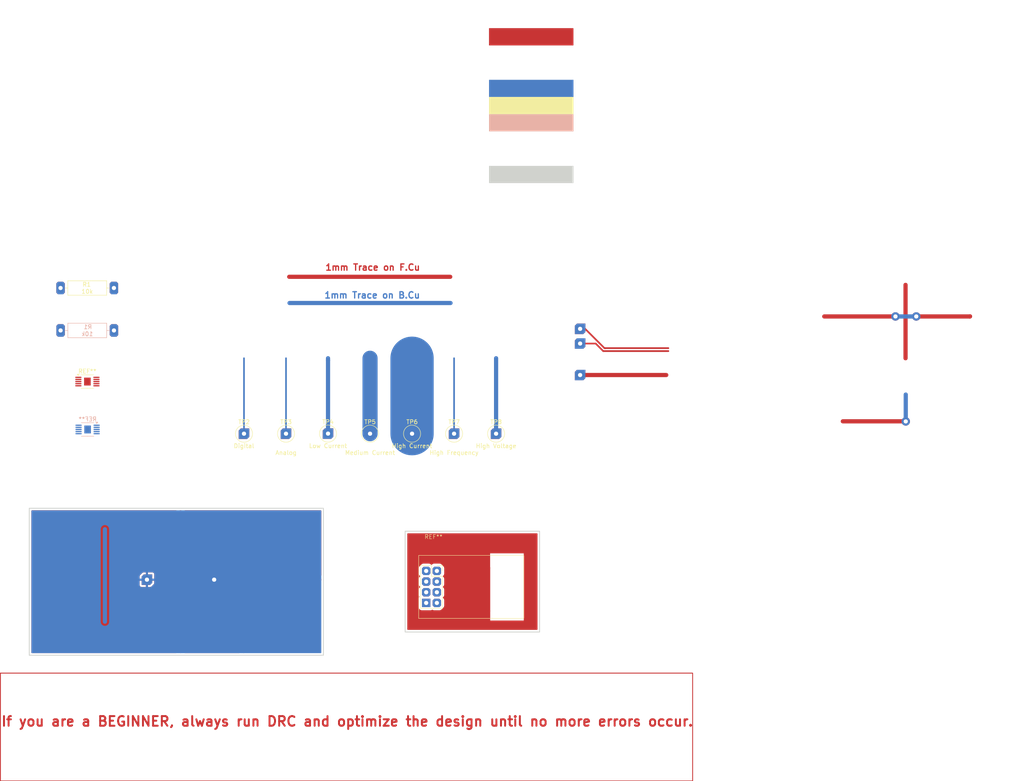
<source format=kicad_pcb>
(kicad_pcb (version 20241229) (generator "pcbnew") (generator_version "9.0")
  (title_block (title "${PROJECTNAME} CNC PCB Design") (comment 1 "Finn Ringelsiep"))
  (layers (0 "F.Cu" signal) (4 "In1.Cu" signal) (6 "In2.Cu" signal) (2 "B.Cu" signal) (13 "F.Paste" user) (15 "B.Paste" user) (5 "F.SilkS" user "F.Silkscreen") (7 "B.SilkS" user "B.Silkscreen") (1 "F.Mask" user) (3 "B.Mask" user) (25 "Edge.Cuts" user))
  (net 0 "")
  (net 1 "/Analog")
  (net 2 "/Digital")
  (net 3 "/Low Current")
  (net 4 "/Medium Current")
  (net 5 "/High Current")
  (net 6 "/High Frequency")
  (net 7 "/High Voltage")
  (footprint "001 CNC Footprints:TestPoint" (layer "F.Cu") (at 100.1 115.235)
    (property "Reference" "TP5" (hide yes))
    (property "Value" "Medium Current" (at 0 4.53 0) (layer "F.SilkS"))
    (fp_circle (center 0 0) (end 0 2.032) (stroke (width 0.12)) (fill no) (layer "F.SilkS"))
    (fp_text user "${REFERENCE}" (at 0 -2.794 0) (layer "F.SilkS"))
    (pad "1" thru_hole roundrect (at 0 0) (size 2.5 2.5) (drill 1) (layers "*.Cu" "*.Mask") (roundrect_rratio 0) (chamfer_ratio 0.2) (chamfer top_left bottom_right) (net 4 "/Medium Current"))
  )
  (footprint "001 CNC Footprints:TestPoint" (layer "F.Cu") (at 130.1 115.235)
    (property "Reference" "TP8" (hide yes))
    (property "Value" "High Voltage" (at 0 2.921 0) (layer "F.SilkS"))
    (fp_circle (center 0 0) (end 0 2.032) (stroke (width 0.12)) (fill no) (layer "F.SilkS"))
    (fp_text user "${REFERENCE}" (at 0 -2.794 0) (layer "F.SilkS"))
    (pad "1" thru_hole roundrect (at 0 0) (size 2.5 2.5) (drill 1) (layers "*.Cu" "*.Mask") (roundrect_rratio 0) (chamfer_ratio 0.2) (chamfer top_left bottom_right) (net 7 "/High Voltage"))
  )
  (footprint "001 CNC Footprints:TestPoint" (layer "F.Cu") (at 90.1 115.215)
    (property "Reference" "TP4" (hide yes))
    (property "Value" "Low Current" (at 0 2.921 0) (layer "F.SilkS"))
    (fp_circle (center 0 0) (end 0 2.032) (stroke (width 0.12)) (fill no) (layer "F.SilkS"))
    (fp_text user "${REFERENCE}" (at 0 -2.794 0) (layer "F.SilkS"))
    (pad "1" thru_hole roundrect (at 0 0) (size 2.5 2.5) (drill 1) (layers "*.Cu" "*.Mask") (roundrect_rratio 0) (chamfer_ratio 0.2) (chamfer top_left bottom_right) (net 3 "/Low Current"))
  )
  (footprint "" (layer "F.Cu") (at 150.1 90.265)
    (property "Reference" "" (at 0 0 0) (layer "F.SilkS") (effects (font (size 1.27 1.27))))
    (property "Value" "")
    (pad "1" thru_hole roundrect (at 0 0) (size 2.5 2.5) (drill 1) (layers "*.Cu" "*.Mask") (roundrect_rratio 0) (chamfer_ratio 0.2) (chamfer top_left bottom_right) (net 2 "/Digital"))
  )
  (footprint "001 CNC Footprints:ESP-01" (layer "F.Cu") (at 115.22 151.73)
    (property "Reference" "REF**" (at 0 -11.93 0) (layer "F.SilkS") (effects (font (thickness 0.1))))
    (property "Value" "ESP-01")
    (fp_line (start -3.09 -5.14) (end -3.09 5.14) (stroke (width 0.12)) (layer "F.SilkS"))
    (fp_line (start -3.09 -5.14) (end -0.49 -5.14) (stroke (width 0.12)) (layer "F.SilkS"))
    (fp_line (start -3.09 5.14) (end 2.11 5.14) (stroke (width 0.12)) (layer "F.SilkS"))
    (fp_line (start -0.49 -5.14) (end -0.49 -2.54) (stroke (width 0.12)) (layer "F.SilkS"))
    (fp_line (start -0.49 -2.54) (end 2.11 -2.54) (stroke (width 0.12)) (layer "F.SilkS"))
    (fp_line (start 0.78 -5.14) (end 2.11 -5.14) (stroke (width 0.12)) (layer "F.SilkS"))
    (fp_line (start 2.11 -5.14) (end 2.11 -3.81) (stroke (width 0.12)) (layer "F.SilkS"))
    (fp_line (start 2.11 -2.54) (end 2.11 5.14) (stroke (width 0.12)) (layer "F.SilkS"))
    (fp_rect (start -3.556 -7.5) (end 21.444 7.5) (stroke (width 0.1)) (fill no) (layer "F.SilkS"))
    (pad "1" thru_hole roundrect (at 0.78 -3.81) (size 2 2) (drill 1) (layers "*.Cu" "*.Mask") (roundrect_rratio 0) (chamfer_ratio 0.2) (chamfer top_left top_right bottom_left bottom_right))
    (pad "2" thru_hole roundrect (at -1.76 -3.81) (size 2 2) (drill 1) (layers "*.Cu" "*.Mask") (roundrect_rratio 0) (chamfer_ratio 0.2) (chamfer top_left top_right bottom_left bottom_right))
    (pad "3" thru_hole roundrect (at 0.78 -1.27) (size 2 2) (drill 1) (layers "*.Cu" "*.Mask") (roundrect_rratio 0) (chamfer_ratio 0.2) (chamfer top_left top_right bottom_left bottom_right))
    (pad "4" thru_hole roundrect (at -1.76 -1.27) (size 2 2) (drill 1) (layers "*.Cu" "*.Mask") (roundrect_rratio 0) (chamfer_ratio 0.2) (chamfer top_left top_right bottom_left bottom_right))
    (pad "5" thru_hole roundrect (at 0.78 1.27) (size 2 2) (drill 1) (layers "*.Cu" "*.Mask") (roundrect_rratio 0) (chamfer_ratio 0.2) (chamfer top_left top_right bottom_left bottom_right))
    (pad "6" thru_hole roundrect (at -1.76 1.27) (size 2 2) (drill 1) (layers "*.Cu" "*.Mask") (roundrect_rratio 0) (chamfer_ratio 0.2) (chamfer top_left top_right bottom_left bottom_right))
    (pad "7" thru_hole roundrect (at 0.78 3.81) (size 2 2) (drill 1) (layers "*.Cu" "*.Mask") (roundrect_rratio 0) (chamfer_ratio 0.2) (chamfer top_left top_right bottom_left bottom_right))
    (pad "8" thru_hole roundrect (at -1.76 3.81) (size 2 2) (drill 1) (layers "*.Cu" "*.Mask") (roundrect_rratio 0) (chamfer_ratio 0.2) (chamfer))
    (zone (net 0) (net_name "") (layers "F.Cu" "B.Cu" "In1.Cu" "In2.Cu") (name "KEEP OUT NO COOPER") (connect_pads (clearance 0)) (min_thickness 0.25)
      (keepout (tracks not_allowed) (vias not_allowed) (pads not_allowed) (copperpour not_allowed) (footprints not_allowed))
      (fill (thermal_gap 0.5) (thermal_bridge_width 0.5))
      (polygon (pts (xy 136.683 143.729) (xy 128.682 143.729) (xy 128.682 159.731) (xy 136.683 159.731)))
    )
  )
  (footprint "001 CNC Footprints:TestPoint" (layer "F.Cu") (at 70.1 115.235)
    (property "Reference" "TP2" (hide yes))
    (property "Value" "Digital" (at 0 2.921 0) (layer "F.SilkS"))
    (fp_circle (center 0 0) (end 0 2.032) (stroke (width 0.12)) (fill no) (layer "F.SilkS"))
    (fp_text user "${REFERENCE}" (at 0 -2.794 0) (layer "F.SilkS"))
    (pad "1" thru_hole roundrect (at 0 0) (size 2.5 2.5) (drill 1) (layers "*.Cu" "*.Mask") (roundrect_rratio 0) (chamfer_ratio 0.2) (chamfer top_left bottom_right) (net 2 "/Digital"))
  )
  (footprint "001 CNC Footprints:TestPoint" (layer "F.Cu") (at 120.1 115.235)
    (property "Reference" "TP7" (hide yes))
    (property "Value" "High Frequency" (at 0 4.53 0) (layer "F.SilkS"))
    (fp_circle (center 0 0) (end 0 2.032) (stroke (width 0.12)) (fill no) (layer "F.SilkS"))
    (fp_text user "${REFERENCE}" (at 0 -2.794 0) (layer "F.SilkS"))
    (pad "1" thru_hole roundrect (at 0 0) (size 2.5 2.5) (drill 1) (layers "*.Cu" "*.Mask") (roundrect_rratio 0) (chamfer_ratio 0.2) (chamfer top_left bottom_right) (net 6 "/High Frequency"))
  )
  (footprint "" (layer "F.Cu") (at 150.1 101.265)
    (property "Reference" "" (at 0 0 0) (layer "F.SilkS") (effects (font (size 1.27 1.27))))
    (property "Value" "")
    (pad "1" thru_hole roundrect (at 0 0) (size 2.5 2.5) (drill 1) (layers "*.Cu" "*.Mask") (roundrect_rratio 0) (chamfer_ratio 0.2) (chamfer top_left bottom_right) (net 7 "/High Voltage"))
  )
  (footprint "Package_SO:HVSSOP-10-1EP_3x3mm_P0.5mm_EP1.57x1.88mm" (layer "F.Cu") (at 32.83 102.82)
    (property "Reference" "REF**" (at 0 -2.45 0) (layer "F.SilkS"))
    (property "Value" "HVSSOP-10-1EP_3x3mm_P0.5mm_EP1.57x1.88mm" (hide yes))
    (fp_line (start 0 -1.61) (end -1.5 -1.61) (stroke (width 0.12)) (layer "F.SilkS"))
    (fp_line (start 0 -1.61) (end 1.5 -1.61) (stroke (width 0.12)) (layer "F.SilkS"))
    (fp_line (start 0 1.61) (end -1.5 1.61) (stroke (width 0.12)) (layer "F.SilkS"))
    (fp_line (start 0 1.61) (end 1.5 1.61) (stroke (width 0.12)) (layer "F.SilkS"))
    (fp_poly (pts (xy -2.1875 -1.41) (xy -2.4275 -1.74) (xy -1.9475 -1.74)) (stroke (width 0.12)) (fill yes) (layer "F.SilkS"))
    (pad "1" smd roundrect (at -2.15 -1) (size 1.45 0.3) (layers "F.Cu" "F.Mask" "F.Paste"))
    (pad "2" smd roundrect (at -2.15 -0.5) (size 1.45 0.3) (layers "F.Cu" "F.Mask" "F.Paste"))
    (pad "3" smd roundrect (at -2.15 0) (size 1.45 0.3) (layers "F.Cu" "F.Mask" "F.Paste"))
    (pad "4" smd roundrect (at -2.15 0.5) (size 1.45 0.3) (layers "F.Cu" "F.Mask" "F.Paste"))
    (pad "5" smd roundrect (at -2.15 1) (size 1.45 0.3) (layers "F.Cu" "F.Mask" "F.Paste"))
    (pad "6" smd roundrect (at 2.15 1) (size 1.45 0.3) (layers "F.Cu" "F.Mask" "F.Paste"))
    (pad "7" smd roundrect (at 2.15 0.5) (size 1.45 0.3) (layers "F.Cu" "F.Mask" "F.Paste"))
    (pad "8" smd roundrect (at 2.15 0) (size 1.45 0.3) (layers "F.Cu" "F.Mask" "F.Paste"))
    (pad "9" smd roundrect (at 2.15 -0.5) (size 1.45 0.3) (layers "F.Cu" "F.Mask" "F.Paste"))
    (pad "10" smd roundrect (at 2.15 -1) (size 1.45 0.3) (layers "F.Cu" "F.Mask" "F.Paste"))
    (pad "11" smd rect (at 0 0) (size 1.57 1.88) (property pad_prop_heatsink) (layers "F.Cu" "F.Mask"))
  )
  (footprint "001 CNC Footprints:TestPoint" (layer "F.Cu") (at 110.1 115.235)
    (property "Reference" "TP6" (hide yes))
    (property "Value" "High Current" (at 0 2.921 0) (layer "F.SilkS"))
    (fp_circle (center 0 0) (end 0 2.032) (stroke (width 0.12)) (fill no) (layer "F.SilkS"))
    (fp_text user "${REFERENCE}" (at 0 -2.794 0) (layer "F.SilkS"))
    (pad "1" thru_hole roundrect (at 0 0) (size 2.5 2.5) (drill 1) (layers "*.Cu" "*.Mask") (roundrect_rratio 0) (chamfer_ratio 0.2) (chamfer top_left bottom_right) (net 5 "/High Current"))
  )
  (footprint "" (layer "F.Cu") (at 150.1 93.765)
    (property "Reference" "" (at 0 0 0) (layer "F.SilkS") (effects (font (size 1.27 1.27))))
    (property "Value" "")
    (pad "1" thru_hole roundrect (at 0 0) (size 2.5 2.5) (drill 1) (layers "*.Cu" "*.Mask") (roundrect_rratio 0) (chamfer_ratio 0.2) (chamfer top_left bottom_right) (net 2 "/Digital"))
  )
  (footprint "001 CNC Footprints:TestPoint" (layer "F.Cu") (at 80.1 115.235)
    (property "Reference" "TP3" (hide yes))
    (property "Value" "Analog" (at 0 4.53 0) (layer "F.SilkS"))
    (fp_circle (center 0 0) (end 0 2.032) (stroke (width 0.12)) (fill no) (layer "F.SilkS"))
    (fp_text user "${REFERENCE}" (at 0 -2.794 0) (layer "F.SilkS"))
    (pad "1" thru_hole roundrect (at 0 0) (size 2.5 2.5) (drill 1) (layers "*.Cu" "*.Mask") (roundrect_rratio 0) (chamfer_ratio 0.2) (chamfer top_left bottom_right) (net 1 "/Analog"))
  )
  (footprint "" (layer "F.Cu") (at 47 150)
    (property "Reference" "" (at 0 0 0) (layer "F.SilkS") (effects (font (size 1.27 1.27))))
    (property "Value" "")
    (pad "1" thru_hole roundrect (at 0 0) (size 2.5 2.5) (drill 1) (layers "*.Cu" "*.Mask") (roundrect_rratio 0) (chamfer_ratio 0.2) (chamfer top_left bottom_right) (net 2 "/Digital"))
  )
  (footprint "001 CNC Footprints:Resistor" (layer "F.Cu") (at 26.44 80.54)
    (property "Reference" "R1" (hide yes))
    (property "Value" "10k" (at 6.35 0.8382 0) (layer "F.SilkS"))
    (fp_line (start 1.143 0) (end 1.73 0) (stroke (width 0.12)) (layer "F.SilkS"))
    (fp_line (start 1.73 -1.72) (end 1.73 1.72) (stroke (width 0.12)) (layer "F.SilkS"))
    (fp_line (start 1.73 1.72) (end 10.97 1.72) (stroke (width 0.12)) (layer "F.SilkS"))
    (fp_line (start 10.97 -1.72) (end 1.73 -1.72) (stroke (width 0.12)) (layer "F.SilkS"))
    (fp_line (start 10.97 1.72) (end 10.97 -1.72) (stroke (width 0.12)) (layer "F.SilkS"))
    (fp_line (start 11.557 0) (end 10.97 0) (stroke (width 0.12)) (layer "F.SilkS"))
    (fp_text user "${REFERENCE}" (at 6.223 -0.8382 0) (layer "F.SilkS"))
    (pad "1" thru_hole roundrect (at 0 0) (size 2 3) (drill 1) (layers "*.Cu" "*.Mask") (roundrect_rratio 0) (chamfer_ratio 0.2) (chamfer top_left top_right bottom_left bottom_right))
    (pad "2" thru_hole roundrect (at 12.7 0) (size 2 3) (drill 1) (layers "*.Cu" "*.Mask") (roundrect_rratio 0) (chamfer_ratio 0.2) (chamfer top_left top_right bottom_left bottom_right))
  )
  (footprint "001 CNC Footprints:Resistor" (layer "B.Cu") (at 39.15 90.65 180)
    (property "Reference" "R1" (hide yes))
    (property "Value" "10k" (at 6.35 -0.8382 0) (layer "B.SilkS") (effects (justify mirror)))
    (fp_line (start 11.557 0) (end 10.97 0) (stroke (width 0.12)) (layer "B.SilkS"))
    (fp_line (start 10.97 1.72) (end 1.73 1.72) (stroke (width 0.12)) (layer "B.SilkS"))
    (fp_line (start 10.97 -1.72) (end 10.97 1.72) (stroke (width 0.12)) (layer "B.SilkS"))
    (fp_line (start 1.73 1.72) (end 1.73 -1.72) (stroke (width 0.12)) (layer "B.SilkS"))
    (fp_line (start 1.73 -1.72) (end 10.97 -1.72) (stroke (width 0.12)) (layer "B.SilkS"))
    (fp_line (start 1.143 0) (end 1.73 0) (stroke (width 0.12)) (layer "B.SilkS"))
    (fp_text user "${REFERENCE}" (at 6.223 0.8382 0) (layer "B.SilkS") (effects (justify mirror)))
    (pad "1" thru_hole roundrect (at 0 0 180) (size 2 3) (drill 1) (layers "*.Cu" "*.Mask") (roundrect_rratio 0) (chamfer_ratio 0.2) (chamfer top_left top_right bottom_left bottom_right))
    (pad "2" thru_hole roundrect (at 12.7 0 180) (size 2 3) (drill 1) (layers "*.Cu" "*.Mask") (roundrect_rratio 0) (chamfer_ratio 0.2) (chamfer top_left top_right bottom_left bottom_right))
  )
  (footprint "Package_SO:HVSSOP-10-1EP_3x3mm_P0.5mm_EP1.57x1.88mm" (layer "B.Cu") (at 32.88 114.23 180)
    (property "Reference" "REF**" (at 0 2.45 0) (layer "B.SilkS") (effects (justify mirror)))
    (property "Value" "HVSSOP-10-1EP_3x3mm_P0.5mm_EP1.57x1.88mm" (hide yes))
    (fp_line (start 0 1.61) (end 1.5 1.61) (stroke (width 0.12)) (layer "B.SilkS"))
    (fp_line (start 0 1.61) (end -1.5 1.61) (stroke (width 0.12)) (layer "B.SilkS"))
    (fp_line (start 0 -1.61) (end 1.5 -1.61) (stroke (width 0.12)) (layer "B.SilkS"))
    (fp_line (start 0 -1.61) (end -1.5 -1.61) (stroke (width 0.12)) (layer "B.SilkS"))
    (fp_poly (pts (xy -2.1875 1.41) (xy -2.4275 1.74) (xy -1.9475 1.74)) (stroke (width 0.12)) (fill yes) (layer "B.SilkS"))
    (pad "1" smd roundrect (at -2.15 1 180) (size 1.45 0.3) (layers "B.Cu" "B.Mask" "B.Paste"))
    (pad "2" smd roundrect (at -2.15 0.5 180) (size 1.45 0.3) (layers "B.Cu" "B.Mask" "B.Paste"))
    (pad "3" smd roundrect (at -2.15 0 180) (size 1.45 0.3) (layers "B.Cu" "B.Mask" "B.Paste"))
    (pad "4" smd roundrect (at -2.15 -0.5 180) (size 1.45 0.3) (layers "B.Cu" "B.Mask" "B.Paste"))
    (pad "5" smd roundrect (at -2.15 -1 180) (size 1.45 0.3) (layers "B.Cu" "B.Mask" "B.Paste"))
    (pad "6" smd roundrect (at 2.15 -1 180) (size 1.45 0.3) (layers "B.Cu" "B.Mask" "B.Paste"))
    (pad "7" smd roundrect (at 2.15 -0.5 180) (size 1.45 0.3) (layers "B.Cu" "B.Mask" "B.Paste"))
    (pad "8" smd roundrect (at 2.15 0 180) (size 1.45 0.3) (layers "B.Cu" "B.Mask" "B.Paste"))
    (pad "9" smd roundrect (at 2.15 0.5 180) (size 1.45 0.3) (layers "B.Cu" "B.Mask" "B.Paste"))
    (pad "10" smd roundrect (at 2.15 1 180) (size 1.45 0.3) (layers "B.Cu" "B.Mask" "B.Paste"))
    (pad "11" smd rect (at 0 0 180) (size 1.57 1.88) (property pad_prop_heatsink) (layers "B.Cu" "B.Mask"))
  )
  (gr_rect (start 12.13 172.26) (end 176.88 197.93) (stroke (width 0.2)) (fill no) (layer "F.Cu"))
  (gr_rect (start 128.452 18.712) (end 148.452 22.712) (stroke (width 0.1)) (fill yes) (layer "F.Cu"))
  (gr_rect (start 128.47 31) (end 148.47 35) (stroke (width 0.1)) (fill yes) (layer "B.Cu"))
  (gr_rect (start 128.47 35.1) (end 148.47 39.1) (stroke (width 0.1)) (fill yes) (layer "F.SilkS"))
  (gr_rect (start 128.47 39.2) (end 148.47 43.2) (stroke (width 0.1)) (fill yes) (layer "B.SilkS"))
  (gr_rect (start 19 133) (end 89 168) (stroke (width 0.2)) (fill no) (layer "Edge.Cuts"))
  (gr_rect (start 108.46 138.46) (end 140.46 162.46) (stroke (width 0.2)) (fill no) (layer "Edge.Cuts"))
  (gr_rect (start 128.468 51.5) (end 148.468 55.5) (stroke (width 0.1)) (fill yes) (layer "Edge.Cuts"))
  (gr_text "1mm Trace on F.Cu" (at 89.325 76.5 0) (layer "F.Cu") (effects (font (size 1.5 1.5) (thickness 0.3) (bold yes)) (justify left bottom)))
  (gr_text "If you are a BEGINNER, always run DRC and optimize the design until no more errors occur. " (at 12.13 185.095 0) (layer "F.Cu") (effects (font (size 2.3 2.3) (thickness 0.46) (bold yes)) (justify left bottom)))
  (gr_text "1mm Trace on B.Cu" (at 89.1 83.125 0) (layer "B.Cu") (effects (font (size 1.5 1.5) (thickness 0.3) (bold yes)) (justify left bottom)))
  (segment (start 208.2 87.315) (end 225.15 87.315) (width 1) (layer "F.Cu") (net 0))
  (segment (start 128.181 157.46) (end 128.181 159.938522) (width 1) (layer "F.Cu") (net 0))
  (segment (start 127.46 146.46) (end 128.181 147.181) (width 1) (layer "F.Cu") (net 0))
  (segment (start 70 158) (end 70 167) (width 1) (layer "F.Cu") (net 0))
  (segment (start 242.875 87.315) (end 242.9 87.29) (width 1) (layer "F.Cu") (net 0))
  (segment (start 128.702478 160.46) (end 135.46 160.46) (width 1) (layer "F.Cu") (net 0))
  (segment (start 227.55 79.79) (end 227.55 97.265) (width 1) (layer "F.Cu") (net 0))
  (segment (start 78 150) (end 70 158) (width 1) (layer "F.Cu") (net 0))
  (segment (start 80.865 77.87) (end 119.185 77.87) (width 1) (layer "F.Cu") (net 0))
  (segment (start 230.1 87.315) (end 242.875 87.315) (width 1) (layer "F.Cu") (net 0))
  (segment (start 55 134) (end 55 167) (width 1) (layer "F.Cu") (net 0))
  (segment (start 128.181 159.938522) (end 128.702478 160.46) (width 1) (layer "F.Cu") (net 0))
  (segment (start 212.625 112.29) (end 227.575 112.29) (width 1) (layer "F.Cu") (net 0))
  (segment (start 25 138) (end 25 160) (width 1) (layer "F.Cu") (net 0))
  (segment (start 120.46 146.46) (end 127.46 146.46) (width 1) (layer "F.Cu") (net 0))
  (segment (start 88 150) (end 78 150) (width 1) (layer "F.Cu") (net 0))
  (segment (start 227.575 112.29) (end 227.6 112.315) (width 1) (layer "F.Cu") (net 0))
  (segment (start 128.181 147.181) (end 128.181 157.46) (width 1) (layer "F.Cu") (net 0))
  (via (at 227.6 112.315) (size 2) (drill 1) (layers "F.Cu" "B.Cu") (net 0))
  (via (at 225.15 87.315) (size 2) (drill 1) (layers "F.Cu" "B.Cu") (net 0))
  (via (at 230.1 87.315) (size 2) (drill 1) (layers "F.Cu" "B.Cu") (net 0))
  (segment (start 80.94 84.115) (end 119.26 84.115) (width 1) (layer "B.Cu") (net 0))
  (segment (start 227.6 112.315) (end 227.6 105.915) (width 1) (layer "B.Cu") (net 0))
  (segment (start 37 138) (end 37 160) (width 1) (layer "B.Cu") (net 0))
  (segment (start 230.1 87.315) (end 225.15 87.315) (width 1) (layer "B.Cu") (net 0))
  (segment (start 80.1 115.235) (end 80.1 97.265) (width 0.4) (layer "B.Cu") (net 1))
  (segment (start 151.292364 90.265) (end 154.502 93.474636) (width 0.4) (layer "F.Cu") (net 2))
  (segment (start 150.1 90.265) (end 151.292364 90.265) (width 0.4) (layer "F.Cu") (net 2))
  (segment (start 155.890364 94.863) (end 156.1 94.863) (width 0.4) (layer "F.Cu") (net 2))
  (segment (start 156.1 94.863) (end 171.1 94.863) (width 0.4) (layer "F.Cu") (net 2))
  (segment (start 150.1 93.765) (end 153.801 93.765) (width 0.4) (layer "F.Cu") (net 2))
  (segment (start 155.6 95.564) (end 171.1 95.564) (width 0.4) (layer "F.Cu") (net 2))
  (segment (start 154.502 93.474636) (end 155.890364 94.863) (width 0.4) (layer "F.Cu") (net 2))
  (segment (start 153.801 93.765) (end 155.6 95.564) (width 0.4) (layer "F.Cu") (net 2))
  (via (at 63 150) (size 2) (drill 1) (layers "F.Cu" "B.Cu") (net 2))
  (segment (start 70.1 115.235) (end 70.1 97.265) (width 0.4) (layer "B.Cu") (net 2))
  (segment (start 90.1 97.765) (end 90.1 97.265) (width 1) (layer "B.Cu") (net 3))
  (segment (start 90.1 115.215) (end 90.1 97.765) (width 1) (layer "B.Cu") (net 3))
  (segment (start 100.1 115.235) (end 100.1 97.265) (width 3.6) (layer "B.Cu") (net 4))
  (segment (start 110.1 115.235) (end 110.1 97.265) (width 10.3) (layer "B.Cu") (net 5))
  (segment (start 120.1 115.235) (end 120.1 97.265) (width 0.4) (layer "B.Cu") (net 6))
  (segment (start 150.1 101.265) (end 170.6 101.265) (width 1) (layer "F.Cu") (net 7))
  (segment (start 130.1 115.235) (end 130.1 97.265) (width 1) (layer "B.Cu") (net 7))
  (zone (net 1) (net_name "/Analog") (layer "F.Cu") (connect_pads (clearance 0.5)) (min_thickness 0.25) (fill yes (thermal_gap 0.5) (thermal_bridge_width 0.5))
    (polygon (pts (xy 108.46 138.46) (xy 140.46 138.46) (xy 140.46 162.46) (xy 108.46 162.46)))
  )
  (zone (net 2) (net_name "/Digital") (layer "F.Cu") (connect_pads (clearance 0.5)) (min_thickness 0.25) (fill yes (thermal_gap 0.5) (thermal_bridge_width 0.5))
    (polygon (pts (xy 19 133) (xy 89 133) (xy 89 168) (xy 19 168)))
  )
  (zone (net 2) (net_name "/Digital") (layer "B.Cu") (connect_pads (clearance 0.5)) (min_thickness 0.25) (fill yes (thermal_gap 0.5) (thermal_bridge_width 0.5))
    (polygon (pts (xy 19 133) (xy 89 133) (xy 89 168) (xy 19 168)))
  )
)
</source>
